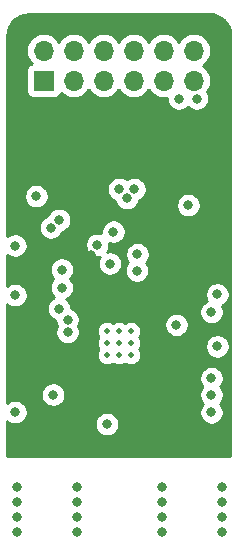
<source format=gbr>
G04 #@! TF.GenerationSoftware,KiCad,Pcbnew,5.1.2*
G04 #@! TF.CreationDate,2019-05-07T22:25:54+02:00*
G04 #@! TF.ProjectId,SX1257_pmod,53583132-3537-45f7-906d-6f642e6b6963,rev?*
G04 #@! TF.SameCoordinates,Original*
G04 #@! TF.FileFunction,Copper,L3,Inr*
G04 #@! TF.FilePolarity,Positive*
%FSLAX46Y46*%
G04 Gerber Fmt 4.6, Leading zero omitted, Abs format (unit mm)*
G04 Created by KiCad (PCBNEW 5.1.2) date 2019-05-07 22:25:54*
%MOMM*%
%LPD*%
G04 APERTURE LIST*
%ADD10O,1.700000X1.700000*%
%ADD11R,1.700000X1.700000*%
%ADD12C,0.500000*%
%ADD13C,0.800000*%
%ADD14C,0.254000*%
G04 APERTURE END LIST*
D10*
X130810000Y-26670000D03*
X130810000Y-29210000D03*
X128270000Y-26670000D03*
X128270000Y-29210000D03*
X125730000Y-26670000D03*
X125730000Y-29210000D03*
X123190000Y-26670000D03*
X123190000Y-29210000D03*
X120650000Y-26670000D03*
X120650000Y-29210000D03*
X118110000Y-26670000D03*
D11*
X118110000Y-29210000D03*
D12*
X123460000Y-50435000D03*
X124460000Y-50435000D03*
X125460000Y-50435000D03*
X123460000Y-51435000D03*
X124460000Y-51435000D03*
X125460000Y-51435000D03*
X123460000Y-52435000D03*
X124460000Y-52435000D03*
X125460000Y-52435000D03*
D13*
X130344547Y-39749810D03*
X115697000Y-47371000D03*
X123444000Y-58293000D03*
X115697000Y-57277000D03*
X133159500Y-67437000D03*
X133159500Y-66167000D03*
X133159500Y-63627000D03*
X133159500Y-64897000D03*
X128079500Y-67437000D03*
X128079500Y-66167000D03*
X128079500Y-64897000D03*
X128079500Y-63627000D03*
X115824000Y-66167000D03*
X115824000Y-63627000D03*
X115824000Y-67437000D03*
X115824000Y-64897000D03*
X119634000Y-46736000D03*
X119634000Y-45212000D03*
X120904000Y-66167000D03*
X120904000Y-63627000D03*
X120904000Y-67437000D03*
X120904000Y-64897000D03*
X129540000Y-30734000D03*
X131064000Y-30734000D03*
X115697000Y-43180000D03*
X119400000Y-40999996D03*
X118700000Y-41650000D03*
X118900000Y-55800000D03*
X129335233Y-49889663D03*
X132300000Y-54400000D03*
X132300000Y-55800000D03*
X132300000Y-57300000D03*
X132300000Y-48800000D03*
X132800000Y-47300000D03*
X132800000Y-51700000D03*
X133350000Y-39116000D03*
X119061456Y-39040990D03*
X121300000Y-44000000D03*
X122100000Y-44000000D03*
X118000000Y-34600000D03*
X118800000Y-34600000D03*
X118800000Y-35400000D03*
X118000000Y-35400000D03*
X128900000Y-35500000D03*
X129700000Y-35500000D03*
X128900000Y-34700000D03*
X129700000Y-34700000D03*
X118900000Y-54250000D03*
X128200000Y-54400000D03*
X128200000Y-55400000D03*
X127200000Y-55400000D03*
X127200000Y-54400000D03*
X120130015Y-50508334D03*
X125784321Y-38389560D03*
X125150000Y-39149998D03*
X120125090Y-49450000D03*
X119380000Y-48514000D03*
X117475000Y-38988996D03*
X124000000Y-42000000D03*
X124491948Y-38388429D03*
X126000000Y-45300000D03*
X122639299Y-43114988D03*
X126029700Y-43900000D03*
X123700000Y-44700000D03*
D14*
G36*
X132434785Y-23608191D02*
G01*
X132776060Y-23711228D01*
X133090822Y-23878590D01*
X133367083Y-24103903D01*
X133594317Y-24378582D01*
X133763870Y-24692164D01*
X133869286Y-25032708D01*
X133910001Y-25420082D01*
X133910000Y-60960000D01*
X115010000Y-60960000D01*
X115010000Y-58053711D01*
X115037226Y-58080937D01*
X115206744Y-58194205D01*
X115395102Y-58272226D01*
X115595061Y-58312000D01*
X115798939Y-58312000D01*
X115998898Y-58272226D01*
X116187256Y-58194205D01*
X116191961Y-58191061D01*
X122409000Y-58191061D01*
X122409000Y-58394939D01*
X122448774Y-58594898D01*
X122526795Y-58783256D01*
X122640063Y-58952774D01*
X122784226Y-59096937D01*
X122953744Y-59210205D01*
X123142102Y-59288226D01*
X123342061Y-59328000D01*
X123545939Y-59328000D01*
X123745898Y-59288226D01*
X123934256Y-59210205D01*
X124103774Y-59096937D01*
X124247937Y-58952774D01*
X124361205Y-58783256D01*
X124439226Y-58594898D01*
X124479000Y-58394939D01*
X124479000Y-58191061D01*
X124439226Y-57991102D01*
X124361205Y-57802744D01*
X124247937Y-57633226D01*
X124103774Y-57489063D01*
X123934256Y-57375795D01*
X123745898Y-57297774D01*
X123545939Y-57258000D01*
X123342061Y-57258000D01*
X123142102Y-57297774D01*
X122953744Y-57375795D01*
X122784226Y-57489063D01*
X122640063Y-57633226D01*
X122526795Y-57802744D01*
X122448774Y-57991102D01*
X122409000Y-58191061D01*
X116191961Y-58191061D01*
X116356774Y-58080937D01*
X116500937Y-57936774D01*
X116614205Y-57767256D01*
X116692226Y-57578898D01*
X116732000Y-57378939D01*
X116732000Y-57175061D01*
X116692226Y-56975102D01*
X116614205Y-56786744D01*
X116500937Y-56617226D01*
X116356774Y-56473063D01*
X116187256Y-56359795D01*
X115998898Y-56281774D01*
X115798939Y-56242000D01*
X115595061Y-56242000D01*
X115395102Y-56281774D01*
X115206744Y-56359795D01*
X115037226Y-56473063D01*
X115010000Y-56500289D01*
X115010000Y-55698061D01*
X117865000Y-55698061D01*
X117865000Y-55901939D01*
X117904774Y-56101898D01*
X117982795Y-56290256D01*
X118096063Y-56459774D01*
X118240226Y-56603937D01*
X118409744Y-56717205D01*
X118598102Y-56795226D01*
X118798061Y-56835000D01*
X119001939Y-56835000D01*
X119201898Y-56795226D01*
X119390256Y-56717205D01*
X119559774Y-56603937D01*
X119703937Y-56459774D01*
X119817205Y-56290256D01*
X119895226Y-56101898D01*
X119935000Y-55901939D01*
X119935000Y-55698061D01*
X119895226Y-55498102D01*
X119817205Y-55309744D01*
X119703937Y-55140226D01*
X119559774Y-54996063D01*
X119390256Y-54882795D01*
X119201898Y-54804774D01*
X119001939Y-54765000D01*
X118798061Y-54765000D01*
X118598102Y-54804774D01*
X118409744Y-54882795D01*
X118240226Y-54996063D01*
X118096063Y-55140226D01*
X117982795Y-55309744D01*
X117904774Y-55498102D01*
X117865000Y-55698061D01*
X115010000Y-55698061D01*
X115010000Y-54298061D01*
X131265000Y-54298061D01*
X131265000Y-54501939D01*
X131304774Y-54701898D01*
X131382795Y-54890256D01*
X131496063Y-55059774D01*
X131536289Y-55100000D01*
X131496063Y-55140226D01*
X131382795Y-55309744D01*
X131304774Y-55498102D01*
X131265000Y-55698061D01*
X131265000Y-55901939D01*
X131304774Y-56101898D01*
X131382795Y-56290256D01*
X131496063Y-56459774D01*
X131586289Y-56550000D01*
X131496063Y-56640226D01*
X131382795Y-56809744D01*
X131304774Y-56998102D01*
X131265000Y-57198061D01*
X131265000Y-57401939D01*
X131304774Y-57601898D01*
X131382795Y-57790256D01*
X131496063Y-57959774D01*
X131640226Y-58103937D01*
X131809744Y-58217205D01*
X131998102Y-58295226D01*
X132198061Y-58335000D01*
X132401939Y-58335000D01*
X132601898Y-58295226D01*
X132790256Y-58217205D01*
X132959774Y-58103937D01*
X133103937Y-57959774D01*
X133217205Y-57790256D01*
X133295226Y-57601898D01*
X133335000Y-57401939D01*
X133335000Y-57198061D01*
X133295226Y-56998102D01*
X133217205Y-56809744D01*
X133103937Y-56640226D01*
X133013711Y-56550000D01*
X133103937Y-56459774D01*
X133217205Y-56290256D01*
X133295226Y-56101898D01*
X133335000Y-55901939D01*
X133335000Y-55698061D01*
X133295226Y-55498102D01*
X133217205Y-55309744D01*
X133103937Y-55140226D01*
X133063711Y-55100000D01*
X133103937Y-55059774D01*
X133217205Y-54890256D01*
X133295226Y-54701898D01*
X133335000Y-54501939D01*
X133335000Y-54298061D01*
X133295226Y-54098102D01*
X133217205Y-53909744D01*
X133103937Y-53740226D01*
X132959774Y-53596063D01*
X132790256Y-53482795D01*
X132601898Y-53404774D01*
X132401939Y-53365000D01*
X132198061Y-53365000D01*
X131998102Y-53404774D01*
X131809744Y-53482795D01*
X131640226Y-53596063D01*
X131496063Y-53740226D01*
X131382795Y-53909744D01*
X131304774Y-54098102D01*
X131265000Y-54298061D01*
X115010000Y-54298061D01*
X115010000Y-48412061D01*
X118345000Y-48412061D01*
X118345000Y-48615939D01*
X118384774Y-48815898D01*
X118462795Y-49004256D01*
X118576063Y-49173774D01*
X118720226Y-49317937D01*
X118889744Y-49431205D01*
X119078102Y-49509226D01*
X119090090Y-49511611D01*
X119090090Y-49551939D01*
X119129864Y-49751898D01*
X119207885Y-49940256D01*
X119236347Y-49982852D01*
X119212810Y-50018078D01*
X119134789Y-50206436D01*
X119095015Y-50406395D01*
X119095015Y-50610273D01*
X119134789Y-50810232D01*
X119212810Y-50998590D01*
X119326078Y-51168108D01*
X119470241Y-51312271D01*
X119639759Y-51425539D01*
X119828117Y-51503560D01*
X120028076Y-51543334D01*
X120231954Y-51543334D01*
X120431913Y-51503560D01*
X120620271Y-51425539D01*
X120789789Y-51312271D01*
X120933952Y-51168108D01*
X121047220Y-50998590D01*
X121125241Y-50810232D01*
X121165015Y-50610273D01*
X121165015Y-50406395D01*
X121153367Y-50347835D01*
X122575000Y-50347835D01*
X122575000Y-50522165D01*
X122609010Y-50693145D01*
X122675723Y-50854205D01*
X122729709Y-50935000D01*
X122675723Y-51015795D01*
X122609010Y-51176855D01*
X122575000Y-51347835D01*
X122575000Y-51522165D01*
X122609010Y-51693145D01*
X122675723Y-51854205D01*
X122729709Y-51935000D01*
X122675723Y-52015795D01*
X122609010Y-52176855D01*
X122575000Y-52347835D01*
X122575000Y-52522165D01*
X122609010Y-52693145D01*
X122675723Y-52854205D01*
X122772576Y-52999155D01*
X122895845Y-53122424D01*
X123040795Y-53219277D01*
X123201855Y-53285990D01*
X123372835Y-53320000D01*
X123547165Y-53320000D01*
X123718145Y-53285990D01*
X123879205Y-53219277D01*
X123960000Y-53165291D01*
X124040795Y-53219277D01*
X124201855Y-53285990D01*
X124372835Y-53320000D01*
X124547165Y-53320000D01*
X124718145Y-53285990D01*
X124879205Y-53219277D01*
X124960000Y-53165291D01*
X125040795Y-53219277D01*
X125201855Y-53285990D01*
X125372835Y-53320000D01*
X125547165Y-53320000D01*
X125718145Y-53285990D01*
X125879205Y-53219277D01*
X126024155Y-53122424D01*
X126147424Y-52999155D01*
X126244277Y-52854205D01*
X126310990Y-52693145D01*
X126345000Y-52522165D01*
X126345000Y-52347835D01*
X126310990Y-52176855D01*
X126244277Y-52015795D01*
X126190291Y-51935000D01*
X126244277Y-51854205D01*
X126310990Y-51693145D01*
X126329903Y-51598061D01*
X131765000Y-51598061D01*
X131765000Y-51801939D01*
X131804774Y-52001898D01*
X131882795Y-52190256D01*
X131996063Y-52359774D01*
X132140226Y-52503937D01*
X132309744Y-52617205D01*
X132498102Y-52695226D01*
X132698061Y-52735000D01*
X132901939Y-52735000D01*
X133101898Y-52695226D01*
X133290256Y-52617205D01*
X133459774Y-52503937D01*
X133603937Y-52359774D01*
X133717205Y-52190256D01*
X133795226Y-52001898D01*
X133835000Y-51801939D01*
X133835000Y-51598061D01*
X133795226Y-51398102D01*
X133717205Y-51209744D01*
X133603937Y-51040226D01*
X133459774Y-50896063D01*
X133290256Y-50782795D01*
X133101898Y-50704774D01*
X132901939Y-50665000D01*
X132698061Y-50665000D01*
X132498102Y-50704774D01*
X132309744Y-50782795D01*
X132140226Y-50896063D01*
X131996063Y-51040226D01*
X131882795Y-51209744D01*
X131804774Y-51398102D01*
X131765000Y-51598061D01*
X126329903Y-51598061D01*
X126345000Y-51522165D01*
X126345000Y-51347835D01*
X126310990Y-51176855D01*
X126244277Y-51015795D01*
X126190291Y-50935000D01*
X126244277Y-50854205D01*
X126310990Y-50693145D01*
X126345000Y-50522165D01*
X126345000Y-50347835D01*
X126310990Y-50176855D01*
X126244277Y-50015795D01*
X126147424Y-49870845D01*
X126064303Y-49787724D01*
X128300233Y-49787724D01*
X128300233Y-49991602D01*
X128340007Y-50191561D01*
X128418028Y-50379919D01*
X128531296Y-50549437D01*
X128675459Y-50693600D01*
X128844977Y-50806868D01*
X129033335Y-50884889D01*
X129233294Y-50924663D01*
X129437172Y-50924663D01*
X129637131Y-50884889D01*
X129825489Y-50806868D01*
X129995007Y-50693600D01*
X130139170Y-50549437D01*
X130252438Y-50379919D01*
X130330459Y-50191561D01*
X130370233Y-49991602D01*
X130370233Y-49787724D01*
X130330459Y-49587765D01*
X130252438Y-49399407D01*
X130139170Y-49229889D01*
X129995007Y-49085726D01*
X129825489Y-48972458D01*
X129637131Y-48894437D01*
X129437172Y-48854663D01*
X129233294Y-48854663D01*
X129033335Y-48894437D01*
X128844977Y-48972458D01*
X128675459Y-49085726D01*
X128531296Y-49229889D01*
X128418028Y-49399407D01*
X128340007Y-49587765D01*
X128300233Y-49787724D01*
X126064303Y-49787724D01*
X126024155Y-49747576D01*
X125879205Y-49650723D01*
X125718145Y-49584010D01*
X125547165Y-49550000D01*
X125372835Y-49550000D01*
X125201855Y-49584010D01*
X125040795Y-49650723D01*
X124960000Y-49704709D01*
X124879205Y-49650723D01*
X124718145Y-49584010D01*
X124547165Y-49550000D01*
X124372835Y-49550000D01*
X124201855Y-49584010D01*
X124040795Y-49650723D01*
X123960000Y-49704709D01*
X123879205Y-49650723D01*
X123718145Y-49584010D01*
X123547165Y-49550000D01*
X123372835Y-49550000D01*
X123201855Y-49584010D01*
X123040795Y-49650723D01*
X122895845Y-49747576D01*
X122772576Y-49870845D01*
X122675723Y-50015795D01*
X122609010Y-50176855D01*
X122575000Y-50347835D01*
X121153367Y-50347835D01*
X121125241Y-50206436D01*
X121047220Y-50018078D01*
X121018758Y-49975482D01*
X121042295Y-49940256D01*
X121120316Y-49751898D01*
X121160090Y-49551939D01*
X121160090Y-49348061D01*
X121120316Y-49148102D01*
X121042295Y-48959744D01*
X120929027Y-48790226D01*
X120836862Y-48698061D01*
X131265000Y-48698061D01*
X131265000Y-48901939D01*
X131304774Y-49101898D01*
X131382795Y-49290256D01*
X131496063Y-49459774D01*
X131640226Y-49603937D01*
X131809744Y-49717205D01*
X131998102Y-49795226D01*
X132198061Y-49835000D01*
X132401939Y-49835000D01*
X132601898Y-49795226D01*
X132790256Y-49717205D01*
X132959774Y-49603937D01*
X133103937Y-49459774D01*
X133217205Y-49290256D01*
X133295226Y-49101898D01*
X133335000Y-48901939D01*
X133335000Y-48698061D01*
X133295226Y-48498102D01*
X133217205Y-48309744D01*
X133184612Y-48260965D01*
X133290256Y-48217205D01*
X133459774Y-48103937D01*
X133603937Y-47959774D01*
X133717205Y-47790256D01*
X133795226Y-47601898D01*
X133835000Y-47401939D01*
X133835000Y-47198061D01*
X133795226Y-46998102D01*
X133717205Y-46809744D01*
X133603937Y-46640226D01*
X133459774Y-46496063D01*
X133290256Y-46382795D01*
X133101898Y-46304774D01*
X132901939Y-46265000D01*
X132698061Y-46265000D01*
X132498102Y-46304774D01*
X132309744Y-46382795D01*
X132140226Y-46496063D01*
X131996063Y-46640226D01*
X131882795Y-46809744D01*
X131804774Y-46998102D01*
X131765000Y-47198061D01*
X131765000Y-47401939D01*
X131804774Y-47601898D01*
X131882795Y-47790256D01*
X131915388Y-47839035D01*
X131809744Y-47882795D01*
X131640226Y-47996063D01*
X131496063Y-48140226D01*
X131382795Y-48309744D01*
X131304774Y-48498102D01*
X131265000Y-48698061D01*
X120836862Y-48698061D01*
X120784864Y-48646063D01*
X120615346Y-48532795D01*
X120426988Y-48454774D01*
X120415000Y-48452389D01*
X120415000Y-48412061D01*
X120375226Y-48212102D01*
X120297205Y-48023744D01*
X120183937Y-47854226D01*
X120039774Y-47710063D01*
X120019574Y-47696566D01*
X120124256Y-47653205D01*
X120293774Y-47539937D01*
X120437937Y-47395774D01*
X120551205Y-47226256D01*
X120629226Y-47037898D01*
X120669000Y-46837939D01*
X120669000Y-46634061D01*
X120629226Y-46434102D01*
X120551205Y-46245744D01*
X120437937Y-46076226D01*
X120335711Y-45974000D01*
X120437937Y-45871774D01*
X120551205Y-45702256D01*
X120629226Y-45513898D01*
X120669000Y-45313939D01*
X120669000Y-45110061D01*
X120629226Y-44910102D01*
X120551205Y-44721744D01*
X120437937Y-44552226D01*
X120293774Y-44408063D01*
X120124256Y-44294795D01*
X119935898Y-44216774D01*
X119735939Y-44177000D01*
X119532061Y-44177000D01*
X119332102Y-44216774D01*
X119143744Y-44294795D01*
X118974226Y-44408063D01*
X118830063Y-44552226D01*
X118716795Y-44721744D01*
X118638774Y-44910102D01*
X118599000Y-45110061D01*
X118599000Y-45313939D01*
X118638774Y-45513898D01*
X118716795Y-45702256D01*
X118830063Y-45871774D01*
X118932289Y-45974000D01*
X118830063Y-46076226D01*
X118716795Y-46245744D01*
X118638774Y-46434102D01*
X118599000Y-46634061D01*
X118599000Y-46837939D01*
X118638774Y-47037898D01*
X118716795Y-47226256D01*
X118830063Y-47395774D01*
X118974226Y-47539937D01*
X118994426Y-47553434D01*
X118889744Y-47596795D01*
X118720226Y-47710063D01*
X118576063Y-47854226D01*
X118462795Y-48023744D01*
X118384774Y-48212102D01*
X118345000Y-48412061D01*
X115010000Y-48412061D01*
X115010000Y-48147711D01*
X115037226Y-48174937D01*
X115206744Y-48288205D01*
X115395102Y-48366226D01*
X115595061Y-48406000D01*
X115798939Y-48406000D01*
X115998898Y-48366226D01*
X116187256Y-48288205D01*
X116356774Y-48174937D01*
X116500937Y-48030774D01*
X116614205Y-47861256D01*
X116692226Y-47672898D01*
X116732000Y-47472939D01*
X116732000Y-47269061D01*
X116692226Y-47069102D01*
X116614205Y-46880744D01*
X116500937Y-46711226D01*
X116356774Y-46567063D01*
X116187256Y-46453795D01*
X115998898Y-46375774D01*
X115798939Y-46336000D01*
X115595061Y-46336000D01*
X115395102Y-46375774D01*
X115206744Y-46453795D01*
X115037226Y-46567063D01*
X115010000Y-46594289D01*
X115010000Y-43956711D01*
X115037226Y-43983937D01*
X115206744Y-44097205D01*
X115395102Y-44175226D01*
X115595061Y-44215000D01*
X115798939Y-44215000D01*
X115998898Y-44175226D01*
X116187256Y-44097205D01*
X116356774Y-43983937D01*
X116500937Y-43839774D01*
X116614205Y-43670256D01*
X116692226Y-43481898D01*
X116732000Y-43281939D01*
X116732000Y-43078061D01*
X116719069Y-43013049D01*
X121604299Y-43013049D01*
X121604299Y-43216927D01*
X121644073Y-43416886D01*
X121722094Y-43605244D01*
X121835362Y-43774762D01*
X121979525Y-43918925D01*
X122149043Y-44032193D01*
X122337401Y-44110214D01*
X122537360Y-44149988D01*
X122741238Y-44149988D01*
X122835212Y-44131295D01*
X122782795Y-44209744D01*
X122704774Y-44398102D01*
X122665000Y-44598061D01*
X122665000Y-44801939D01*
X122704774Y-45001898D01*
X122782795Y-45190256D01*
X122896063Y-45359774D01*
X123040226Y-45503937D01*
X123209744Y-45617205D01*
X123398102Y-45695226D01*
X123598061Y-45735000D01*
X123801939Y-45735000D01*
X124001898Y-45695226D01*
X124190256Y-45617205D01*
X124359774Y-45503937D01*
X124503937Y-45359774D01*
X124611989Y-45198061D01*
X124965000Y-45198061D01*
X124965000Y-45401939D01*
X125004774Y-45601898D01*
X125082795Y-45790256D01*
X125196063Y-45959774D01*
X125340226Y-46103937D01*
X125509744Y-46217205D01*
X125698102Y-46295226D01*
X125898061Y-46335000D01*
X126101939Y-46335000D01*
X126301898Y-46295226D01*
X126490256Y-46217205D01*
X126659774Y-46103937D01*
X126803937Y-45959774D01*
X126917205Y-45790256D01*
X126995226Y-45601898D01*
X127035000Y-45401939D01*
X127035000Y-45198061D01*
X126995226Y-44998102D01*
X126917205Y-44809744D01*
X126803937Y-44640226D01*
X126778561Y-44614850D01*
X126833637Y-44559774D01*
X126946905Y-44390256D01*
X127024926Y-44201898D01*
X127064700Y-44001939D01*
X127064700Y-43798061D01*
X127024926Y-43598102D01*
X126946905Y-43409744D01*
X126833637Y-43240226D01*
X126689474Y-43096063D01*
X126519956Y-42982795D01*
X126331598Y-42904774D01*
X126131639Y-42865000D01*
X125927761Y-42865000D01*
X125727802Y-42904774D01*
X125539444Y-42982795D01*
X125369926Y-43096063D01*
X125225763Y-43240226D01*
X125112495Y-43409744D01*
X125034474Y-43598102D01*
X124994700Y-43798061D01*
X124994700Y-44001939D01*
X125034474Y-44201898D01*
X125112495Y-44390256D01*
X125225763Y-44559774D01*
X125251139Y-44585150D01*
X125196063Y-44640226D01*
X125082795Y-44809744D01*
X125004774Y-44998102D01*
X124965000Y-45198061D01*
X124611989Y-45198061D01*
X124617205Y-45190256D01*
X124695226Y-45001898D01*
X124735000Y-44801939D01*
X124735000Y-44598061D01*
X124695226Y-44398102D01*
X124617205Y-44209744D01*
X124503937Y-44040226D01*
X124359774Y-43896063D01*
X124190256Y-43782795D01*
X124001898Y-43704774D01*
X123801939Y-43665000D01*
X123598061Y-43665000D01*
X123504087Y-43683693D01*
X123556504Y-43605244D01*
X123634525Y-43416886D01*
X123674299Y-43216927D01*
X123674299Y-43013049D01*
X123668298Y-42982881D01*
X123698102Y-42995226D01*
X123898061Y-43035000D01*
X124101939Y-43035000D01*
X124301898Y-42995226D01*
X124490256Y-42917205D01*
X124659774Y-42803937D01*
X124803937Y-42659774D01*
X124917205Y-42490256D01*
X124995226Y-42301898D01*
X125035000Y-42101939D01*
X125035000Y-41898061D01*
X124995226Y-41698102D01*
X124917205Y-41509744D01*
X124803937Y-41340226D01*
X124659774Y-41196063D01*
X124490256Y-41082795D01*
X124301898Y-41004774D01*
X124101939Y-40965000D01*
X123898061Y-40965000D01*
X123698102Y-41004774D01*
X123509744Y-41082795D01*
X123340226Y-41196063D01*
X123196063Y-41340226D01*
X123082795Y-41509744D01*
X123004774Y-41698102D01*
X122965000Y-41898061D01*
X122965000Y-42101939D01*
X122971001Y-42132107D01*
X122941197Y-42119762D01*
X122741238Y-42079988D01*
X122537360Y-42079988D01*
X122337401Y-42119762D01*
X122149043Y-42197783D01*
X121979525Y-42311051D01*
X121835362Y-42455214D01*
X121722094Y-42624732D01*
X121644073Y-42813090D01*
X121604299Y-43013049D01*
X116719069Y-43013049D01*
X116692226Y-42878102D01*
X116614205Y-42689744D01*
X116500937Y-42520226D01*
X116356774Y-42376063D01*
X116187256Y-42262795D01*
X115998898Y-42184774D01*
X115798939Y-42145000D01*
X115595061Y-42145000D01*
X115395102Y-42184774D01*
X115206744Y-42262795D01*
X115037226Y-42376063D01*
X115010000Y-42403289D01*
X115010000Y-41548061D01*
X117665000Y-41548061D01*
X117665000Y-41751939D01*
X117704774Y-41951898D01*
X117782795Y-42140256D01*
X117896063Y-42309774D01*
X118040226Y-42453937D01*
X118209744Y-42567205D01*
X118398102Y-42645226D01*
X118598061Y-42685000D01*
X118801939Y-42685000D01*
X119001898Y-42645226D01*
X119190256Y-42567205D01*
X119359774Y-42453937D01*
X119503937Y-42309774D01*
X119617205Y-42140256D01*
X119675070Y-42000558D01*
X119701898Y-41995222D01*
X119890256Y-41917201D01*
X120059774Y-41803933D01*
X120203937Y-41659770D01*
X120317205Y-41490252D01*
X120395226Y-41301894D01*
X120435000Y-41101935D01*
X120435000Y-40898057D01*
X120395226Y-40698098D01*
X120317205Y-40509740D01*
X120203937Y-40340222D01*
X120059774Y-40196059D01*
X119890256Y-40082791D01*
X119701898Y-40004770D01*
X119501939Y-39964996D01*
X119298061Y-39964996D01*
X119098102Y-40004770D01*
X118909744Y-40082791D01*
X118740226Y-40196059D01*
X118596063Y-40340222D01*
X118482795Y-40509740D01*
X118424930Y-40649438D01*
X118398102Y-40654774D01*
X118209744Y-40732795D01*
X118040226Y-40846063D01*
X117896063Y-40990226D01*
X117782795Y-41159744D01*
X117704774Y-41348102D01*
X117665000Y-41548061D01*
X115010000Y-41548061D01*
X115010000Y-38887057D01*
X116440000Y-38887057D01*
X116440000Y-39090935D01*
X116479774Y-39290894D01*
X116557795Y-39479252D01*
X116671063Y-39648770D01*
X116815226Y-39792933D01*
X116984744Y-39906201D01*
X117173102Y-39984222D01*
X117373061Y-40023996D01*
X117576939Y-40023996D01*
X117776898Y-39984222D01*
X117965256Y-39906201D01*
X118134774Y-39792933D01*
X118278937Y-39648770D01*
X118392205Y-39479252D01*
X118470226Y-39290894D01*
X118510000Y-39090935D01*
X118510000Y-38887057D01*
X118470226Y-38687098D01*
X118392205Y-38498740D01*
X118278937Y-38329222D01*
X118236205Y-38286490D01*
X123456948Y-38286490D01*
X123456948Y-38490368D01*
X123496722Y-38690327D01*
X123574743Y-38878685D01*
X123688011Y-39048203D01*
X123832174Y-39192366D01*
X124001692Y-39305634D01*
X124136814Y-39361604D01*
X124154774Y-39451896D01*
X124232795Y-39640254D01*
X124346063Y-39809772D01*
X124490226Y-39953935D01*
X124659744Y-40067203D01*
X124848102Y-40145224D01*
X125048061Y-40184998D01*
X125251939Y-40184998D01*
X125451898Y-40145224D01*
X125640256Y-40067203D01*
X125809774Y-39953935D01*
X125953937Y-39809772D01*
X126062115Y-39647871D01*
X129309547Y-39647871D01*
X129309547Y-39851749D01*
X129349321Y-40051708D01*
X129427342Y-40240066D01*
X129540610Y-40409584D01*
X129684773Y-40553747D01*
X129854291Y-40667015D01*
X130042649Y-40745036D01*
X130242608Y-40784810D01*
X130446486Y-40784810D01*
X130646445Y-40745036D01*
X130834803Y-40667015D01*
X131004321Y-40553747D01*
X131148484Y-40409584D01*
X131261752Y-40240066D01*
X131339773Y-40051708D01*
X131379547Y-39851749D01*
X131379547Y-39647871D01*
X131339773Y-39447912D01*
X131261752Y-39259554D01*
X131148484Y-39090036D01*
X131004321Y-38945873D01*
X130834803Y-38832605D01*
X130646445Y-38754584D01*
X130446486Y-38714810D01*
X130242608Y-38714810D01*
X130042649Y-38754584D01*
X129854291Y-38832605D01*
X129684773Y-38945873D01*
X129540610Y-39090036D01*
X129427342Y-39259554D01*
X129349321Y-39447912D01*
X129309547Y-39647871D01*
X126062115Y-39647871D01*
X126067205Y-39640254D01*
X126145226Y-39451896D01*
X126165072Y-39352124D01*
X126274577Y-39306765D01*
X126444095Y-39193497D01*
X126588258Y-39049334D01*
X126701526Y-38879816D01*
X126779547Y-38691458D01*
X126819321Y-38491499D01*
X126819321Y-38287621D01*
X126779547Y-38087662D01*
X126701526Y-37899304D01*
X126588258Y-37729786D01*
X126444095Y-37585623D01*
X126274577Y-37472355D01*
X126086219Y-37394334D01*
X125886260Y-37354560D01*
X125682382Y-37354560D01*
X125482423Y-37394334D01*
X125294065Y-37472355D01*
X125138981Y-37575979D01*
X124982204Y-37471224D01*
X124793846Y-37393203D01*
X124593887Y-37353429D01*
X124390009Y-37353429D01*
X124190050Y-37393203D01*
X124001692Y-37471224D01*
X123832174Y-37584492D01*
X123688011Y-37728655D01*
X123574743Y-37898173D01*
X123496722Y-38086531D01*
X123456948Y-38286490D01*
X118236205Y-38286490D01*
X118134774Y-38185059D01*
X117965256Y-38071791D01*
X117776898Y-37993770D01*
X117576939Y-37953996D01*
X117373061Y-37953996D01*
X117173102Y-37993770D01*
X116984744Y-38071791D01*
X116815226Y-38185059D01*
X116671063Y-38329222D01*
X116557795Y-38498740D01*
X116479774Y-38687098D01*
X116440000Y-38887057D01*
X115010000Y-38887057D01*
X115010000Y-26670000D01*
X116617815Y-26670000D01*
X116646487Y-26961111D01*
X116731401Y-27241034D01*
X116869294Y-27499014D01*
X117054866Y-27725134D01*
X117084687Y-27749607D01*
X117015820Y-27770498D01*
X116905506Y-27829463D01*
X116808815Y-27908815D01*
X116729463Y-28005506D01*
X116670498Y-28115820D01*
X116634188Y-28235518D01*
X116621928Y-28360000D01*
X116621928Y-30060000D01*
X116634188Y-30184482D01*
X116670498Y-30304180D01*
X116729463Y-30414494D01*
X116808815Y-30511185D01*
X116905506Y-30590537D01*
X117015820Y-30649502D01*
X117135518Y-30685812D01*
X117260000Y-30698072D01*
X118960000Y-30698072D01*
X119084482Y-30685812D01*
X119204180Y-30649502D01*
X119314494Y-30590537D01*
X119411185Y-30511185D01*
X119490537Y-30414494D01*
X119549502Y-30304180D01*
X119570393Y-30235313D01*
X119594866Y-30265134D01*
X119820986Y-30450706D01*
X120078966Y-30588599D01*
X120358889Y-30673513D01*
X120577050Y-30695000D01*
X120722950Y-30695000D01*
X120941111Y-30673513D01*
X121221034Y-30588599D01*
X121479014Y-30450706D01*
X121705134Y-30265134D01*
X121890706Y-30039014D01*
X121920000Y-29984209D01*
X121949294Y-30039014D01*
X122134866Y-30265134D01*
X122360986Y-30450706D01*
X122618966Y-30588599D01*
X122898889Y-30673513D01*
X123117050Y-30695000D01*
X123262950Y-30695000D01*
X123481111Y-30673513D01*
X123761034Y-30588599D01*
X124019014Y-30450706D01*
X124245134Y-30265134D01*
X124430706Y-30039014D01*
X124460000Y-29984209D01*
X124489294Y-30039014D01*
X124674866Y-30265134D01*
X124900986Y-30450706D01*
X125158966Y-30588599D01*
X125438889Y-30673513D01*
X125657050Y-30695000D01*
X125802950Y-30695000D01*
X126021111Y-30673513D01*
X126301034Y-30588599D01*
X126559014Y-30450706D01*
X126785134Y-30265134D01*
X126970706Y-30039014D01*
X127000000Y-29984209D01*
X127029294Y-30039014D01*
X127214866Y-30265134D01*
X127440986Y-30450706D01*
X127698966Y-30588599D01*
X127978889Y-30673513D01*
X128197050Y-30695000D01*
X128342950Y-30695000D01*
X128505000Y-30679039D01*
X128505000Y-30835939D01*
X128544774Y-31035898D01*
X128622795Y-31224256D01*
X128736063Y-31393774D01*
X128880226Y-31537937D01*
X129049744Y-31651205D01*
X129238102Y-31729226D01*
X129438061Y-31769000D01*
X129641939Y-31769000D01*
X129841898Y-31729226D01*
X130030256Y-31651205D01*
X130199774Y-31537937D01*
X130302000Y-31435711D01*
X130404226Y-31537937D01*
X130573744Y-31651205D01*
X130762102Y-31729226D01*
X130962061Y-31769000D01*
X131165939Y-31769000D01*
X131365898Y-31729226D01*
X131554256Y-31651205D01*
X131723774Y-31537937D01*
X131867937Y-31393774D01*
X131981205Y-31224256D01*
X132059226Y-31035898D01*
X132099000Y-30835939D01*
X132099000Y-30632061D01*
X132059226Y-30432102D01*
X131981205Y-30243744D01*
X131936992Y-30177575D01*
X132050706Y-30039014D01*
X132188599Y-29781034D01*
X132273513Y-29501111D01*
X132302185Y-29210000D01*
X132273513Y-28918889D01*
X132188599Y-28638966D01*
X132050706Y-28380986D01*
X131865134Y-28154866D01*
X131639014Y-27969294D01*
X131584209Y-27940000D01*
X131639014Y-27910706D01*
X131865134Y-27725134D01*
X132050706Y-27499014D01*
X132188599Y-27241034D01*
X132273513Y-26961111D01*
X132302185Y-26670000D01*
X132273513Y-26378889D01*
X132188599Y-26098966D01*
X132050706Y-25840986D01*
X131865134Y-25614866D01*
X131639014Y-25429294D01*
X131381034Y-25291401D01*
X131101111Y-25206487D01*
X130882950Y-25185000D01*
X130737050Y-25185000D01*
X130518889Y-25206487D01*
X130238966Y-25291401D01*
X129980986Y-25429294D01*
X129754866Y-25614866D01*
X129569294Y-25840986D01*
X129540000Y-25895791D01*
X129510706Y-25840986D01*
X129325134Y-25614866D01*
X129099014Y-25429294D01*
X128841034Y-25291401D01*
X128561111Y-25206487D01*
X128342950Y-25185000D01*
X128197050Y-25185000D01*
X127978889Y-25206487D01*
X127698966Y-25291401D01*
X127440986Y-25429294D01*
X127214866Y-25614866D01*
X127029294Y-25840986D01*
X127000000Y-25895791D01*
X126970706Y-25840986D01*
X126785134Y-25614866D01*
X126559014Y-25429294D01*
X126301034Y-25291401D01*
X126021111Y-25206487D01*
X125802950Y-25185000D01*
X125657050Y-25185000D01*
X125438889Y-25206487D01*
X125158966Y-25291401D01*
X124900986Y-25429294D01*
X124674866Y-25614866D01*
X124489294Y-25840986D01*
X124460000Y-25895791D01*
X124430706Y-25840986D01*
X124245134Y-25614866D01*
X124019014Y-25429294D01*
X123761034Y-25291401D01*
X123481111Y-25206487D01*
X123262950Y-25185000D01*
X123117050Y-25185000D01*
X122898889Y-25206487D01*
X122618966Y-25291401D01*
X122360986Y-25429294D01*
X122134866Y-25614866D01*
X121949294Y-25840986D01*
X121920000Y-25895791D01*
X121890706Y-25840986D01*
X121705134Y-25614866D01*
X121479014Y-25429294D01*
X121221034Y-25291401D01*
X120941111Y-25206487D01*
X120722950Y-25185000D01*
X120577050Y-25185000D01*
X120358889Y-25206487D01*
X120078966Y-25291401D01*
X119820986Y-25429294D01*
X119594866Y-25614866D01*
X119409294Y-25840986D01*
X119380000Y-25895791D01*
X119350706Y-25840986D01*
X119165134Y-25614866D01*
X118939014Y-25429294D01*
X118681034Y-25291401D01*
X118401111Y-25206487D01*
X118182950Y-25185000D01*
X118037050Y-25185000D01*
X117818889Y-25206487D01*
X117538966Y-25291401D01*
X117280986Y-25429294D01*
X117054866Y-25614866D01*
X116869294Y-25840986D01*
X116731401Y-26098966D01*
X116646487Y-26378889D01*
X116617815Y-26670000D01*
X115010000Y-26670000D01*
X115010000Y-25434720D01*
X115048191Y-25045215D01*
X115151228Y-24703940D01*
X115318590Y-24389178D01*
X115543903Y-24112917D01*
X115818582Y-23885683D01*
X116132164Y-23716130D01*
X116472708Y-23610714D01*
X116860072Y-23570000D01*
X132045280Y-23570000D01*
X132434785Y-23608191D01*
X132434785Y-23608191D01*
G37*
X132434785Y-23608191D02*
X132776060Y-23711228D01*
X133090822Y-23878590D01*
X133367083Y-24103903D01*
X133594317Y-24378582D01*
X133763870Y-24692164D01*
X133869286Y-25032708D01*
X133910001Y-25420082D01*
X133910000Y-60960000D01*
X115010000Y-60960000D01*
X115010000Y-58053711D01*
X115037226Y-58080937D01*
X115206744Y-58194205D01*
X115395102Y-58272226D01*
X115595061Y-58312000D01*
X115798939Y-58312000D01*
X115998898Y-58272226D01*
X116187256Y-58194205D01*
X116191961Y-58191061D01*
X122409000Y-58191061D01*
X122409000Y-58394939D01*
X122448774Y-58594898D01*
X122526795Y-58783256D01*
X122640063Y-58952774D01*
X122784226Y-59096937D01*
X122953744Y-59210205D01*
X123142102Y-59288226D01*
X123342061Y-59328000D01*
X123545939Y-59328000D01*
X123745898Y-59288226D01*
X123934256Y-59210205D01*
X124103774Y-59096937D01*
X124247937Y-58952774D01*
X124361205Y-58783256D01*
X124439226Y-58594898D01*
X124479000Y-58394939D01*
X124479000Y-58191061D01*
X124439226Y-57991102D01*
X124361205Y-57802744D01*
X124247937Y-57633226D01*
X124103774Y-57489063D01*
X123934256Y-57375795D01*
X123745898Y-57297774D01*
X123545939Y-57258000D01*
X123342061Y-57258000D01*
X123142102Y-57297774D01*
X122953744Y-57375795D01*
X122784226Y-57489063D01*
X122640063Y-57633226D01*
X122526795Y-57802744D01*
X122448774Y-57991102D01*
X122409000Y-58191061D01*
X116191961Y-58191061D01*
X116356774Y-58080937D01*
X116500937Y-57936774D01*
X116614205Y-57767256D01*
X116692226Y-57578898D01*
X116732000Y-57378939D01*
X116732000Y-57175061D01*
X116692226Y-56975102D01*
X116614205Y-56786744D01*
X116500937Y-56617226D01*
X116356774Y-56473063D01*
X116187256Y-56359795D01*
X115998898Y-56281774D01*
X115798939Y-56242000D01*
X115595061Y-56242000D01*
X115395102Y-56281774D01*
X115206744Y-56359795D01*
X115037226Y-56473063D01*
X115010000Y-56500289D01*
X115010000Y-55698061D01*
X117865000Y-55698061D01*
X117865000Y-55901939D01*
X117904774Y-56101898D01*
X117982795Y-56290256D01*
X118096063Y-56459774D01*
X118240226Y-56603937D01*
X118409744Y-56717205D01*
X118598102Y-56795226D01*
X118798061Y-56835000D01*
X119001939Y-56835000D01*
X119201898Y-56795226D01*
X119390256Y-56717205D01*
X119559774Y-56603937D01*
X119703937Y-56459774D01*
X119817205Y-56290256D01*
X119895226Y-56101898D01*
X119935000Y-55901939D01*
X119935000Y-55698061D01*
X119895226Y-55498102D01*
X119817205Y-55309744D01*
X119703937Y-55140226D01*
X119559774Y-54996063D01*
X119390256Y-54882795D01*
X119201898Y-54804774D01*
X119001939Y-54765000D01*
X118798061Y-54765000D01*
X118598102Y-54804774D01*
X118409744Y-54882795D01*
X118240226Y-54996063D01*
X118096063Y-55140226D01*
X117982795Y-55309744D01*
X117904774Y-55498102D01*
X117865000Y-55698061D01*
X115010000Y-55698061D01*
X115010000Y-54298061D01*
X131265000Y-54298061D01*
X131265000Y-54501939D01*
X131304774Y-54701898D01*
X131382795Y-54890256D01*
X131496063Y-55059774D01*
X131536289Y-55100000D01*
X131496063Y-55140226D01*
X131382795Y-55309744D01*
X131304774Y-55498102D01*
X131265000Y-55698061D01*
X131265000Y-55901939D01*
X131304774Y-56101898D01*
X131382795Y-56290256D01*
X131496063Y-56459774D01*
X131586289Y-56550000D01*
X131496063Y-56640226D01*
X131382795Y-56809744D01*
X131304774Y-56998102D01*
X131265000Y-57198061D01*
X131265000Y-57401939D01*
X131304774Y-57601898D01*
X131382795Y-57790256D01*
X131496063Y-57959774D01*
X131640226Y-58103937D01*
X131809744Y-58217205D01*
X131998102Y-58295226D01*
X132198061Y-58335000D01*
X132401939Y-58335000D01*
X132601898Y-58295226D01*
X132790256Y-58217205D01*
X132959774Y-58103937D01*
X133103937Y-57959774D01*
X133217205Y-57790256D01*
X133295226Y-57601898D01*
X133335000Y-57401939D01*
X133335000Y-57198061D01*
X133295226Y-56998102D01*
X133217205Y-56809744D01*
X133103937Y-56640226D01*
X133013711Y-56550000D01*
X133103937Y-56459774D01*
X133217205Y-56290256D01*
X133295226Y-56101898D01*
X133335000Y-55901939D01*
X133335000Y-55698061D01*
X133295226Y-55498102D01*
X133217205Y-55309744D01*
X133103937Y-55140226D01*
X133063711Y-55100000D01*
X133103937Y-55059774D01*
X133217205Y-54890256D01*
X133295226Y-54701898D01*
X133335000Y-54501939D01*
X133335000Y-54298061D01*
X133295226Y-54098102D01*
X133217205Y-53909744D01*
X133103937Y-53740226D01*
X132959774Y-53596063D01*
X132790256Y-53482795D01*
X132601898Y-53404774D01*
X132401939Y-53365000D01*
X132198061Y-53365000D01*
X131998102Y-53404774D01*
X131809744Y-53482795D01*
X131640226Y-53596063D01*
X131496063Y-53740226D01*
X131382795Y-53909744D01*
X131304774Y-54098102D01*
X131265000Y-54298061D01*
X115010000Y-54298061D01*
X115010000Y-48412061D01*
X118345000Y-48412061D01*
X118345000Y-48615939D01*
X118384774Y-48815898D01*
X118462795Y-49004256D01*
X118576063Y-49173774D01*
X118720226Y-49317937D01*
X118889744Y-49431205D01*
X119078102Y-49509226D01*
X119090090Y-49511611D01*
X119090090Y-49551939D01*
X119129864Y-49751898D01*
X119207885Y-49940256D01*
X119236347Y-49982852D01*
X119212810Y-50018078D01*
X119134789Y-50206436D01*
X119095015Y-50406395D01*
X119095015Y-50610273D01*
X119134789Y-50810232D01*
X119212810Y-50998590D01*
X119326078Y-51168108D01*
X119470241Y-51312271D01*
X119639759Y-51425539D01*
X119828117Y-51503560D01*
X120028076Y-51543334D01*
X120231954Y-51543334D01*
X120431913Y-51503560D01*
X120620271Y-51425539D01*
X120789789Y-51312271D01*
X120933952Y-51168108D01*
X121047220Y-50998590D01*
X121125241Y-50810232D01*
X121165015Y-50610273D01*
X121165015Y-50406395D01*
X121153367Y-50347835D01*
X122575000Y-50347835D01*
X122575000Y-50522165D01*
X122609010Y-50693145D01*
X122675723Y-50854205D01*
X122729709Y-50935000D01*
X122675723Y-51015795D01*
X122609010Y-51176855D01*
X122575000Y-51347835D01*
X122575000Y-51522165D01*
X122609010Y-51693145D01*
X122675723Y-51854205D01*
X122729709Y-51935000D01*
X122675723Y-52015795D01*
X122609010Y-52176855D01*
X122575000Y-52347835D01*
X122575000Y-52522165D01*
X122609010Y-52693145D01*
X122675723Y-52854205D01*
X122772576Y-52999155D01*
X122895845Y-53122424D01*
X123040795Y-53219277D01*
X123201855Y-53285990D01*
X123372835Y-53320000D01*
X123547165Y-53320000D01*
X123718145Y-53285990D01*
X123879205Y-53219277D01*
X123960000Y-53165291D01*
X124040795Y-53219277D01*
X124201855Y-53285990D01*
X124372835Y-53320000D01*
X124547165Y-53320000D01*
X124718145Y-53285990D01*
X124879205Y-53219277D01*
X124960000Y-53165291D01*
X125040795Y-53219277D01*
X125201855Y-53285990D01*
X125372835Y-53320000D01*
X125547165Y-53320000D01*
X125718145Y-53285990D01*
X125879205Y-53219277D01*
X126024155Y-53122424D01*
X126147424Y-52999155D01*
X126244277Y-52854205D01*
X126310990Y-52693145D01*
X126345000Y-52522165D01*
X126345000Y-52347835D01*
X126310990Y-52176855D01*
X126244277Y-52015795D01*
X126190291Y-51935000D01*
X126244277Y-51854205D01*
X126310990Y-51693145D01*
X126329903Y-51598061D01*
X131765000Y-51598061D01*
X131765000Y-51801939D01*
X131804774Y-52001898D01*
X131882795Y-52190256D01*
X131996063Y-52359774D01*
X132140226Y-52503937D01*
X132309744Y-52617205D01*
X132498102Y-52695226D01*
X132698061Y-52735000D01*
X132901939Y-52735000D01*
X133101898Y-52695226D01*
X133290256Y-52617205D01*
X133459774Y-52503937D01*
X133603937Y-52359774D01*
X133717205Y-52190256D01*
X133795226Y-52001898D01*
X133835000Y-51801939D01*
X133835000Y-51598061D01*
X133795226Y-51398102D01*
X133717205Y-51209744D01*
X133603937Y-51040226D01*
X133459774Y-50896063D01*
X133290256Y-50782795D01*
X133101898Y-50704774D01*
X132901939Y-50665000D01*
X132698061Y-50665000D01*
X132498102Y-50704774D01*
X132309744Y-50782795D01*
X132140226Y-50896063D01*
X131996063Y-51040226D01*
X131882795Y-51209744D01*
X131804774Y-51398102D01*
X131765000Y-51598061D01*
X126329903Y-51598061D01*
X126345000Y-51522165D01*
X126345000Y-51347835D01*
X126310990Y-51176855D01*
X126244277Y-51015795D01*
X126190291Y-50935000D01*
X126244277Y-50854205D01*
X126310990Y-50693145D01*
X126345000Y-50522165D01*
X126345000Y-50347835D01*
X126310990Y-50176855D01*
X126244277Y-50015795D01*
X126147424Y-49870845D01*
X126064303Y-49787724D01*
X128300233Y-49787724D01*
X128300233Y-49991602D01*
X128340007Y-50191561D01*
X128418028Y-50379919D01*
X128531296Y-50549437D01*
X128675459Y-50693600D01*
X128844977Y-50806868D01*
X129033335Y-50884889D01*
X129233294Y-50924663D01*
X129437172Y-50924663D01*
X129637131Y-50884889D01*
X129825489Y-50806868D01*
X129995007Y-50693600D01*
X130139170Y-50549437D01*
X130252438Y-50379919D01*
X130330459Y-50191561D01*
X130370233Y-49991602D01*
X130370233Y-49787724D01*
X130330459Y-49587765D01*
X130252438Y-49399407D01*
X130139170Y-49229889D01*
X129995007Y-49085726D01*
X129825489Y-48972458D01*
X129637131Y-48894437D01*
X129437172Y-48854663D01*
X129233294Y-48854663D01*
X129033335Y-48894437D01*
X128844977Y-48972458D01*
X128675459Y-49085726D01*
X128531296Y-49229889D01*
X128418028Y-49399407D01*
X128340007Y-49587765D01*
X128300233Y-49787724D01*
X126064303Y-49787724D01*
X126024155Y-49747576D01*
X125879205Y-49650723D01*
X125718145Y-49584010D01*
X125547165Y-49550000D01*
X125372835Y-49550000D01*
X125201855Y-49584010D01*
X125040795Y-49650723D01*
X124960000Y-49704709D01*
X124879205Y-49650723D01*
X124718145Y-49584010D01*
X124547165Y-49550000D01*
X124372835Y-49550000D01*
X124201855Y-49584010D01*
X124040795Y-49650723D01*
X123960000Y-49704709D01*
X123879205Y-49650723D01*
X123718145Y-49584010D01*
X123547165Y-49550000D01*
X123372835Y-49550000D01*
X123201855Y-49584010D01*
X123040795Y-49650723D01*
X122895845Y-49747576D01*
X122772576Y-49870845D01*
X122675723Y-50015795D01*
X122609010Y-50176855D01*
X122575000Y-50347835D01*
X121153367Y-50347835D01*
X121125241Y-50206436D01*
X121047220Y-50018078D01*
X121018758Y-49975482D01*
X121042295Y-49940256D01*
X121120316Y-49751898D01*
X121160090Y-49551939D01*
X121160090Y-49348061D01*
X121120316Y-49148102D01*
X121042295Y-48959744D01*
X120929027Y-48790226D01*
X120836862Y-48698061D01*
X131265000Y-48698061D01*
X131265000Y-48901939D01*
X131304774Y-49101898D01*
X131382795Y-49290256D01*
X131496063Y-49459774D01*
X131640226Y-49603937D01*
X131809744Y-49717205D01*
X131998102Y-49795226D01*
X132198061Y-49835000D01*
X132401939Y-49835000D01*
X132601898Y-49795226D01*
X132790256Y-49717205D01*
X132959774Y-49603937D01*
X133103937Y-49459774D01*
X133217205Y-49290256D01*
X133295226Y-49101898D01*
X133335000Y-48901939D01*
X133335000Y-48698061D01*
X133295226Y-48498102D01*
X133217205Y-48309744D01*
X133184612Y-48260965D01*
X133290256Y-48217205D01*
X133459774Y-48103937D01*
X133603937Y-47959774D01*
X133717205Y-47790256D01*
X133795226Y-47601898D01*
X133835000Y-47401939D01*
X133835000Y-47198061D01*
X133795226Y-46998102D01*
X133717205Y-46809744D01*
X133603937Y-46640226D01*
X133459774Y-46496063D01*
X133290256Y-46382795D01*
X133101898Y-46304774D01*
X132901939Y-46265000D01*
X132698061Y-46265000D01*
X132498102Y-46304774D01*
X132309744Y-46382795D01*
X132140226Y-46496063D01*
X131996063Y-46640226D01*
X131882795Y-46809744D01*
X131804774Y-46998102D01*
X131765000Y-47198061D01*
X131765000Y-47401939D01*
X131804774Y-47601898D01*
X131882795Y-47790256D01*
X131915388Y-47839035D01*
X131809744Y-47882795D01*
X131640226Y-47996063D01*
X131496063Y-48140226D01*
X131382795Y-48309744D01*
X131304774Y-48498102D01*
X131265000Y-48698061D01*
X120836862Y-48698061D01*
X120784864Y-48646063D01*
X120615346Y-48532795D01*
X120426988Y-48454774D01*
X120415000Y-48452389D01*
X120415000Y-48412061D01*
X120375226Y-48212102D01*
X120297205Y-48023744D01*
X120183937Y-47854226D01*
X120039774Y-47710063D01*
X120019574Y-47696566D01*
X120124256Y-47653205D01*
X120293774Y-47539937D01*
X120437937Y-47395774D01*
X120551205Y-47226256D01*
X120629226Y-47037898D01*
X120669000Y-46837939D01*
X120669000Y-46634061D01*
X120629226Y-46434102D01*
X120551205Y-46245744D01*
X120437937Y-46076226D01*
X120335711Y-45974000D01*
X120437937Y-45871774D01*
X120551205Y-45702256D01*
X120629226Y-45513898D01*
X120669000Y-45313939D01*
X120669000Y-45110061D01*
X120629226Y-44910102D01*
X120551205Y-44721744D01*
X120437937Y-44552226D01*
X120293774Y-44408063D01*
X120124256Y-44294795D01*
X119935898Y-44216774D01*
X119735939Y-44177000D01*
X119532061Y-44177000D01*
X119332102Y-44216774D01*
X119143744Y-44294795D01*
X118974226Y-44408063D01*
X118830063Y-44552226D01*
X118716795Y-44721744D01*
X118638774Y-44910102D01*
X118599000Y-45110061D01*
X118599000Y-45313939D01*
X118638774Y-45513898D01*
X118716795Y-45702256D01*
X118830063Y-45871774D01*
X118932289Y-45974000D01*
X118830063Y-46076226D01*
X118716795Y-46245744D01*
X118638774Y-46434102D01*
X118599000Y-46634061D01*
X118599000Y-46837939D01*
X118638774Y-47037898D01*
X118716795Y-47226256D01*
X118830063Y-47395774D01*
X118974226Y-47539937D01*
X118994426Y-47553434D01*
X118889744Y-47596795D01*
X118720226Y-47710063D01*
X118576063Y-47854226D01*
X118462795Y-48023744D01*
X118384774Y-48212102D01*
X118345000Y-48412061D01*
X115010000Y-48412061D01*
X115010000Y-48147711D01*
X115037226Y-48174937D01*
X115206744Y-48288205D01*
X115395102Y-48366226D01*
X115595061Y-48406000D01*
X115798939Y-48406000D01*
X115998898Y-48366226D01*
X116187256Y-48288205D01*
X116356774Y-48174937D01*
X116500937Y-48030774D01*
X116614205Y-47861256D01*
X116692226Y-47672898D01*
X116732000Y-47472939D01*
X116732000Y-47269061D01*
X116692226Y-47069102D01*
X116614205Y-46880744D01*
X116500937Y-46711226D01*
X116356774Y-46567063D01*
X116187256Y-46453795D01*
X115998898Y-46375774D01*
X115798939Y-46336000D01*
X115595061Y-46336000D01*
X115395102Y-46375774D01*
X115206744Y-46453795D01*
X115037226Y-46567063D01*
X115010000Y-46594289D01*
X115010000Y-43956711D01*
X115037226Y-43983937D01*
X115206744Y-44097205D01*
X115395102Y-44175226D01*
X115595061Y-44215000D01*
X115798939Y-44215000D01*
X115998898Y-44175226D01*
X116187256Y-44097205D01*
X116356774Y-43983937D01*
X116500937Y-43839774D01*
X116614205Y-43670256D01*
X116692226Y-43481898D01*
X116732000Y-43281939D01*
X116732000Y-43078061D01*
X116719069Y-43013049D01*
X121604299Y-43013049D01*
X121604299Y-43216927D01*
X121644073Y-43416886D01*
X121722094Y-43605244D01*
X121835362Y-43774762D01*
X121979525Y-43918925D01*
X122149043Y-44032193D01*
X122337401Y-44110214D01*
X122537360Y-44149988D01*
X122741238Y-44149988D01*
X122835212Y-44131295D01*
X122782795Y-44209744D01*
X122704774Y-44398102D01*
X122665000Y-44598061D01*
X122665000Y-44801939D01*
X122704774Y-45001898D01*
X122782795Y-45190256D01*
X122896063Y-45359774D01*
X123040226Y-45503937D01*
X123209744Y-45617205D01*
X123398102Y-45695226D01*
X123598061Y-45735000D01*
X123801939Y-45735000D01*
X124001898Y-45695226D01*
X124190256Y-45617205D01*
X124359774Y-45503937D01*
X124503937Y-45359774D01*
X124611989Y-45198061D01*
X124965000Y-45198061D01*
X124965000Y-45401939D01*
X125004774Y-45601898D01*
X125082795Y-45790256D01*
X125196063Y-45959774D01*
X125340226Y-46103937D01*
X125509744Y-46217205D01*
X125698102Y-46295226D01*
X125898061Y-46335000D01*
X126101939Y-46335000D01*
X126301898Y-46295226D01*
X126490256Y-46217205D01*
X126659774Y-46103937D01*
X126803937Y-45959774D01*
X126917205Y-45790256D01*
X126995226Y-45601898D01*
X127035000Y-45401939D01*
X127035000Y-45198061D01*
X126995226Y-44998102D01*
X126917205Y-44809744D01*
X126803937Y-44640226D01*
X126778561Y-44614850D01*
X126833637Y-44559774D01*
X126946905Y-44390256D01*
X127024926Y-44201898D01*
X127064700Y-44001939D01*
X127064700Y-43798061D01*
X127024926Y-43598102D01*
X126946905Y-43409744D01*
X126833637Y-43240226D01*
X126689474Y-43096063D01*
X126519956Y-42982795D01*
X126331598Y-42904774D01*
X126131639Y-42865000D01*
X125927761Y-42865000D01*
X125727802Y-42904774D01*
X125539444Y-42982795D01*
X125369926Y-43096063D01*
X125225763Y-43240226D01*
X125112495Y-43409744D01*
X125034474Y-43598102D01*
X124994700Y-43798061D01*
X124994700Y-44001939D01*
X125034474Y-44201898D01*
X125112495Y-44390256D01*
X125225763Y-44559774D01*
X125251139Y-44585150D01*
X125196063Y-44640226D01*
X125082795Y-44809744D01*
X125004774Y-44998102D01*
X124965000Y-45198061D01*
X124611989Y-45198061D01*
X124617205Y-45190256D01*
X124695226Y-45001898D01*
X124735000Y-44801939D01*
X124735000Y-44598061D01*
X124695226Y-44398102D01*
X124617205Y-44209744D01*
X124503937Y-44040226D01*
X124359774Y-43896063D01*
X124190256Y-43782795D01*
X124001898Y-43704774D01*
X123801939Y-43665000D01*
X123598061Y-43665000D01*
X123504087Y-43683693D01*
X123556504Y-43605244D01*
X123634525Y-43416886D01*
X123674299Y-43216927D01*
X123674299Y-43013049D01*
X123668298Y-42982881D01*
X123698102Y-42995226D01*
X123898061Y-43035000D01*
X124101939Y-43035000D01*
X124301898Y-42995226D01*
X124490256Y-42917205D01*
X124659774Y-42803937D01*
X124803937Y-42659774D01*
X124917205Y-42490256D01*
X124995226Y-42301898D01*
X125035000Y-42101939D01*
X125035000Y-41898061D01*
X124995226Y-41698102D01*
X124917205Y-41509744D01*
X124803937Y-41340226D01*
X124659774Y-41196063D01*
X124490256Y-41082795D01*
X124301898Y-41004774D01*
X124101939Y-40965000D01*
X123898061Y-40965000D01*
X123698102Y-41004774D01*
X123509744Y-41082795D01*
X123340226Y-41196063D01*
X123196063Y-41340226D01*
X123082795Y-41509744D01*
X123004774Y-41698102D01*
X122965000Y-41898061D01*
X122965000Y-42101939D01*
X122971001Y-42132107D01*
X122941197Y-42119762D01*
X122741238Y-42079988D01*
X122537360Y-42079988D01*
X122337401Y-42119762D01*
X122149043Y-42197783D01*
X121979525Y-42311051D01*
X121835362Y-42455214D01*
X121722094Y-42624732D01*
X121644073Y-42813090D01*
X121604299Y-43013049D01*
X116719069Y-43013049D01*
X116692226Y-42878102D01*
X116614205Y-42689744D01*
X116500937Y-42520226D01*
X116356774Y-42376063D01*
X116187256Y-42262795D01*
X115998898Y-42184774D01*
X115798939Y-42145000D01*
X115595061Y-42145000D01*
X115395102Y-42184774D01*
X115206744Y-42262795D01*
X115037226Y-42376063D01*
X115010000Y-42403289D01*
X115010000Y-41548061D01*
X117665000Y-41548061D01*
X117665000Y-41751939D01*
X117704774Y-41951898D01*
X117782795Y-42140256D01*
X117896063Y-42309774D01*
X118040226Y-42453937D01*
X118209744Y-42567205D01*
X118398102Y-42645226D01*
X118598061Y-42685000D01*
X118801939Y-42685000D01*
X119001898Y-42645226D01*
X119190256Y-42567205D01*
X119359774Y-42453937D01*
X119503937Y-42309774D01*
X119617205Y-42140256D01*
X119675070Y-42000558D01*
X119701898Y-41995222D01*
X119890256Y-41917201D01*
X120059774Y-41803933D01*
X120203937Y-41659770D01*
X120317205Y-41490252D01*
X120395226Y-41301894D01*
X120435000Y-41101935D01*
X120435000Y-40898057D01*
X120395226Y-40698098D01*
X120317205Y-40509740D01*
X120203937Y-40340222D01*
X120059774Y-40196059D01*
X119890256Y-40082791D01*
X119701898Y-40004770D01*
X119501939Y-39964996D01*
X119298061Y-39964996D01*
X119098102Y-40004770D01*
X118909744Y-40082791D01*
X118740226Y-40196059D01*
X118596063Y-40340222D01*
X118482795Y-40509740D01*
X118424930Y-40649438D01*
X118398102Y-40654774D01*
X118209744Y-40732795D01*
X118040226Y-40846063D01*
X117896063Y-40990226D01*
X117782795Y-41159744D01*
X117704774Y-41348102D01*
X117665000Y-41548061D01*
X115010000Y-41548061D01*
X115010000Y-38887057D01*
X116440000Y-38887057D01*
X116440000Y-39090935D01*
X116479774Y-39290894D01*
X116557795Y-39479252D01*
X116671063Y-39648770D01*
X116815226Y-39792933D01*
X116984744Y-39906201D01*
X117173102Y-39984222D01*
X117373061Y-40023996D01*
X117576939Y-40023996D01*
X117776898Y-39984222D01*
X117965256Y-39906201D01*
X118134774Y-39792933D01*
X118278937Y-39648770D01*
X118392205Y-39479252D01*
X118470226Y-39290894D01*
X118510000Y-39090935D01*
X118510000Y-38887057D01*
X118470226Y-38687098D01*
X118392205Y-38498740D01*
X118278937Y-38329222D01*
X118236205Y-38286490D01*
X123456948Y-38286490D01*
X123456948Y-38490368D01*
X123496722Y-38690327D01*
X123574743Y-38878685D01*
X123688011Y-39048203D01*
X123832174Y-39192366D01*
X124001692Y-39305634D01*
X124136814Y-39361604D01*
X124154774Y-39451896D01*
X124232795Y-39640254D01*
X124346063Y-39809772D01*
X124490226Y-39953935D01*
X124659744Y-40067203D01*
X124848102Y-40145224D01*
X125048061Y-40184998D01*
X125251939Y-40184998D01*
X125451898Y-40145224D01*
X125640256Y-40067203D01*
X125809774Y-39953935D01*
X125953937Y-39809772D01*
X126062115Y-39647871D01*
X129309547Y-39647871D01*
X129309547Y-39851749D01*
X129349321Y-40051708D01*
X129427342Y-40240066D01*
X129540610Y-40409584D01*
X129684773Y-40553747D01*
X129854291Y-40667015D01*
X130042649Y-40745036D01*
X130242608Y-40784810D01*
X130446486Y-40784810D01*
X130646445Y-40745036D01*
X130834803Y-40667015D01*
X131004321Y-40553747D01*
X131148484Y-40409584D01*
X131261752Y-40240066D01*
X131339773Y-40051708D01*
X131379547Y-39851749D01*
X131379547Y-39647871D01*
X131339773Y-39447912D01*
X131261752Y-39259554D01*
X131148484Y-39090036D01*
X131004321Y-38945873D01*
X130834803Y-38832605D01*
X130646445Y-38754584D01*
X130446486Y-38714810D01*
X130242608Y-38714810D01*
X130042649Y-38754584D01*
X129854291Y-38832605D01*
X129684773Y-38945873D01*
X129540610Y-39090036D01*
X129427342Y-39259554D01*
X129349321Y-39447912D01*
X129309547Y-39647871D01*
X126062115Y-39647871D01*
X126067205Y-39640254D01*
X126145226Y-39451896D01*
X126165072Y-39352124D01*
X126274577Y-39306765D01*
X126444095Y-39193497D01*
X126588258Y-39049334D01*
X126701526Y-38879816D01*
X126779547Y-38691458D01*
X126819321Y-38491499D01*
X126819321Y-38287621D01*
X126779547Y-38087662D01*
X126701526Y-37899304D01*
X126588258Y-37729786D01*
X126444095Y-37585623D01*
X126274577Y-37472355D01*
X126086219Y-37394334D01*
X125886260Y-37354560D01*
X125682382Y-37354560D01*
X125482423Y-37394334D01*
X125294065Y-37472355D01*
X125138981Y-37575979D01*
X124982204Y-37471224D01*
X124793846Y-37393203D01*
X124593887Y-37353429D01*
X124390009Y-37353429D01*
X124190050Y-37393203D01*
X124001692Y-37471224D01*
X123832174Y-37584492D01*
X123688011Y-37728655D01*
X123574743Y-37898173D01*
X123496722Y-38086531D01*
X123456948Y-38286490D01*
X118236205Y-38286490D01*
X118134774Y-38185059D01*
X117965256Y-38071791D01*
X117776898Y-37993770D01*
X117576939Y-37953996D01*
X117373061Y-37953996D01*
X117173102Y-37993770D01*
X116984744Y-38071791D01*
X116815226Y-38185059D01*
X116671063Y-38329222D01*
X116557795Y-38498740D01*
X116479774Y-38687098D01*
X116440000Y-38887057D01*
X115010000Y-38887057D01*
X115010000Y-26670000D01*
X116617815Y-26670000D01*
X116646487Y-26961111D01*
X116731401Y-27241034D01*
X116869294Y-27499014D01*
X117054866Y-27725134D01*
X117084687Y-27749607D01*
X117015820Y-27770498D01*
X116905506Y-27829463D01*
X116808815Y-27908815D01*
X116729463Y-28005506D01*
X116670498Y-28115820D01*
X116634188Y-28235518D01*
X116621928Y-28360000D01*
X116621928Y-30060000D01*
X116634188Y-30184482D01*
X116670498Y-30304180D01*
X116729463Y-30414494D01*
X116808815Y-30511185D01*
X116905506Y-30590537D01*
X117015820Y-30649502D01*
X117135518Y-30685812D01*
X117260000Y-30698072D01*
X118960000Y-30698072D01*
X119084482Y-30685812D01*
X119204180Y-30649502D01*
X119314494Y-30590537D01*
X119411185Y-30511185D01*
X119490537Y-30414494D01*
X119549502Y-30304180D01*
X119570393Y-30235313D01*
X119594866Y-30265134D01*
X119820986Y-30450706D01*
X120078966Y-30588599D01*
X120358889Y-30673513D01*
X120577050Y-30695000D01*
X120722950Y-30695000D01*
X120941111Y-30673513D01*
X121221034Y-30588599D01*
X121479014Y-30450706D01*
X121705134Y-30265134D01*
X121890706Y-30039014D01*
X121920000Y-29984209D01*
X121949294Y-30039014D01*
X122134866Y-30265134D01*
X122360986Y-30450706D01*
X122618966Y-30588599D01*
X122898889Y-30673513D01*
X123117050Y-30695000D01*
X123262950Y-30695000D01*
X123481111Y-30673513D01*
X123761034Y-30588599D01*
X124019014Y-30450706D01*
X124245134Y-30265134D01*
X124430706Y-30039014D01*
X124460000Y-29984209D01*
X124489294Y-30039014D01*
X124674866Y-30265134D01*
X124900986Y-30450706D01*
X125158966Y-30588599D01*
X125438889Y-30673513D01*
X125657050Y-30695000D01*
X125802950Y-30695000D01*
X126021111Y-30673513D01*
X126301034Y-30588599D01*
X126559014Y-30450706D01*
X126785134Y-30265134D01*
X126970706Y-30039014D01*
X127000000Y-29984209D01*
X127029294Y-30039014D01*
X127214866Y-30265134D01*
X127440986Y-30450706D01*
X127698966Y-30588599D01*
X127978889Y-30673513D01*
X128197050Y-30695000D01*
X128342950Y-30695000D01*
X128505000Y-30679039D01*
X128505000Y-30835939D01*
X128544774Y-31035898D01*
X128622795Y-31224256D01*
X128736063Y-31393774D01*
X128880226Y-31537937D01*
X129049744Y-31651205D01*
X129238102Y-31729226D01*
X129438061Y-31769000D01*
X129641939Y-31769000D01*
X129841898Y-31729226D01*
X130030256Y-31651205D01*
X130199774Y-31537937D01*
X130302000Y-31435711D01*
X130404226Y-31537937D01*
X130573744Y-31651205D01*
X130762102Y-31729226D01*
X130962061Y-31769000D01*
X131165939Y-31769000D01*
X131365898Y-31729226D01*
X131554256Y-31651205D01*
X131723774Y-31537937D01*
X131867937Y-31393774D01*
X131981205Y-31224256D01*
X132059226Y-31035898D01*
X132099000Y-30835939D01*
X132099000Y-30632061D01*
X132059226Y-30432102D01*
X131981205Y-30243744D01*
X131936992Y-30177575D01*
X132050706Y-30039014D01*
X132188599Y-29781034D01*
X132273513Y-29501111D01*
X132302185Y-29210000D01*
X132273513Y-28918889D01*
X132188599Y-28638966D01*
X132050706Y-28380986D01*
X131865134Y-28154866D01*
X131639014Y-27969294D01*
X131584209Y-27940000D01*
X131639014Y-27910706D01*
X131865134Y-27725134D01*
X132050706Y-27499014D01*
X132188599Y-27241034D01*
X132273513Y-26961111D01*
X132302185Y-26670000D01*
X132273513Y-26378889D01*
X132188599Y-26098966D01*
X132050706Y-25840986D01*
X131865134Y-25614866D01*
X131639014Y-25429294D01*
X131381034Y-25291401D01*
X131101111Y-25206487D01*
X130882950Y-25185000D01*
X130737050Y-25185000D01*
X130518889Y-25206487D01*
X130238966Y-25291401D01*
X129980986Y-25429294D01*
X129754866Y-25614866D01*
X129569294Y-25840986D01*
X129540000Y-25895791D01*
X129510706Y-25840986D01*
X129325134Y-25614866D01*
X129099014Y-25429294D01*
X128841034Y-25291401D01*
X128561111Y-25206487D01*
X128342950Y-25185000D01*
X128197050Y-25185000D01*
X127978889Y-25206487D01*
X127698966Y-25291401D01*
X127440986Y-25429294D01*
X127214866Y-25614866D01*
X127029294Y-25840986D01*
X127000000Y-25895791D01*
X126970706Y-25840986D01*
X126785134Y-25614866D01*
X126559014Y-25429294D01*
X126301034Y-25291401D01*
X126021111Y-25206487D01*
X125802950Y-25185000D01*
X125657050Y-25185000D01*
X125438889Y-25206487D01*
X125158966Y-25291401D01*
X124900986Y-25429294D01*
X124674866Y-25614866D01*
X124489294Y-25840986D01*
X124460000Y-25895791D01*
X124430706Y-25840986D01*
X124245134Y-25614866D01*
X124019014Y-25429294D01*
X123761034Y-25291401D01*
X123481111Y-25206487D01*
X123262950Y-25185000D01*
X123117050Y-25185000D01*
X122898889Y-25206487D01*
X122618966Y-25291401D01*
X122360986Y-25429294D01*
X122134866Y-25614866D01*
X121949294Y-25840986D01*
X121920000Y-25895791D01*
X121890706Y-25840986D01*
X121705134Y-25614866D01*
X121479014Y-25429294D01*
X121221034Y-25291401D01*
X120941111Y-25206487D01*
X120722950Y-25185000D01*
X120577050Y-25185000D01*
X120358889Y-25206487D01*
X120078966Y-25291401D01*
X119820986Y-25429294D01*
X119594866Y-25614866D01*
X119409294Y-25840986D01*
X119380000Y-25895791D01*
X119350706Y-25840986D01*
X119165134Y-25614866D01*
X118939014Y-25429294D01*
X118681034Y-25291401D01*
X118401111Y-25206487D01*
X118182950Y-25185000D01*
X118037050Y-25185000D01*
X117818889Y-25206487D01*
X117538966Y-25291401D01*
X117280986Y-25429294D01*
X117054866Y-25614866D01*
X116869294Y-25840986D01*
X116731401Y-26098966D01*
X116646487Y-26378889D01*
X116617815Y-26670000D01*
X115010000Y-26670000D01*
X115010000Y-25434720D01*
X115048191Y-25045215D01*
X115151228Y-24703940D01*
X115318590Y-24389178D01*
X115543903Y-24112917D01*
X115818582Y-23885683D01*
X116132164Y-23716130D01*
X116472708Y-23610714D01*
X116860072Y-23570000D01*
X132045280Y-23570000D01*
X132434785Y-23608191D01*
M02*

</source>
